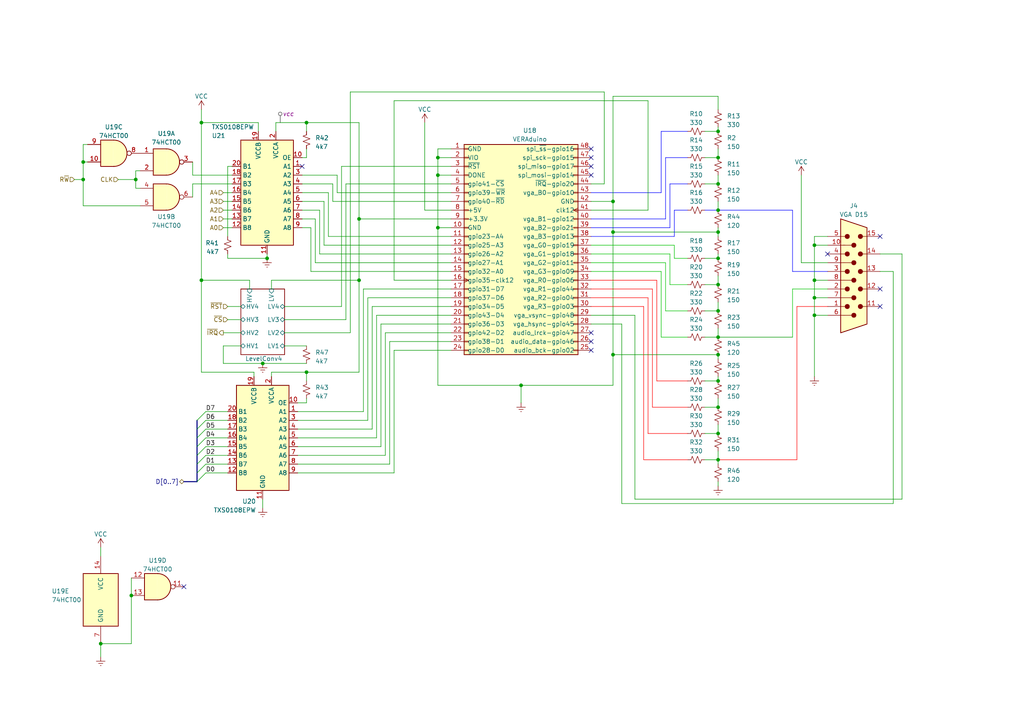
<source format=kicad_sch>
(kicad_sch (version 20230121) (generator eeschema)
  (paper "A4")
  (lib_symbols
    (symbol "74xx:74HCT00" (pin_names (offset 1.016))
      (property "Reference" "U" (at 0 1.27 0))
      (property "Value" "74HCT00" (at 0 -1.27 0))
      (symbol "74HCT00_1_1"
        (arc (start 0 -3.81) (mid 3.7934 0) (end 0 3.81) (stroke (width 0.254)) (fill (type background)))
        (polyline (pts (xy 0 3.81) (xy -3.81 3.81) (xy -3.81 -3.81) (xy 0 -3.81)) (stroke (width 0.254)) (fill (type background)))
        (pin input line (at -7.62 2.54 0) (length 3.81) (name "~") (number "1"))
        (pin input line (at -7.62 -2.54 0) (length 3.81) (name "~") (number "2"))
        (pin output inverted (at 7.62 0 180) (length 3.81) (name "~") (number "3"))
      )
      (symbol "74HCT00_1_2"
        (arc (start -3.81 -3.81) (mid -2.589 0) (end -3.81 3.81) (stroke (width 0.254)))
        (arc (start -0.6096 -3.81) (mid 2.1842 -2.5851) (end 3.81 0) (stroke (width 0.254)) (fill (type background)))
        (polyline (pts (xy -3.81 -3.81) (xy -0.635 -3.81)) (stroke (width 0.254)) (fill (type background)))
        (polyline (pts (xy -3.81 3.81) (xy -0.635 3.81)) (stroke (width 0.254)) (fill (type background)))
        (polyline (pts (xy -0.635 3.81) (xy -3.81 3.81) (xy -3.81 3.81) (xy -3.556 3.4036) (xy -3.0226 2.2606) (xy -2.6924 1.0414) (xy -2.6162 -0.254) (xy -2.7686 -1.4986) (xy -3.175 -2.7178) (xy -3.81 -3.81) (xy -3.81 -3.81) (xy -0.635 -3.81)) (stroke (width -25.4)) (fill (type background)))
        (arc (start 3.81 0) (mid 2.1915 2.5936) (end -0.6096 3.81) (stroke (width 0.254)) (fill (type background)))
        (pin input inverted (at -7.62 2.54 0) (length 4.318) (name "~") (number "1"))
        (pin input inverted (at -7.62 -2.54 0) (length 4.318) (name "~") (number "2"))
        (pin output line (at 7.62 0 180) (length 3.81) (name "~") (number "3"))
      )
      (symbol "74HCT00_2_1"
        (arc (start 0 -3.81) (mid 3.7934 0) (end 0 3.81) (stroke (width 0.254)) (fill (type background)))
        (polyline (pts (xy 0 3.81) (xy -3.81 3.81) (xy -3.81 -3.81) (xy 0 -3.81)) (stroke (width 0.254)) (fill (type background)))
        (pin input line (at -7.62 2.54 0) (length 3.81) (name "~") (number "4"))
        (pin input line (at -7.62 -2.54 0) (length 3.81) (name "~") (number "5"))
        (pin output inverted (at 7.62 0 180) (length 3.81) (name "~") (number "6"))
      )
      (symbol "74HCT00_2_2"
        (arc (start -3.81 -3.81) (mid -2.589 0) (end -3.81 3.81) (stroke (width 0.254)))
        (arc (start -0.6096 -3.81) (mid 2.1842 -2.5851) (end 3.81 0) (stroke (width 0.254)) (fill (type background)))
        (polyline (pts (xy -3.81 -3.81) (xy -0.635 -3.81)) (stroke (width 0.254)) (fill (type background)))
        (polyline (pts (xy -3.81 3.81) (xy -0.635 3.81)) (stroke (width 0.254)) (fill (type background)))
        (polyline (pts (xy -0.635 3.81) (xy -3.81 3.81) (xy -3.81 3.81) (xy -3.556 3.4036) (xy -3.0226 2.2606) (xy -2.6924 1.0414) (xy -2.6162 -0.254) (xy -2.7686 -1.4986) (xy -3.175 -2.7178) (xy -3.81 -3.81) (xy -3.81 -3.81) (xy -0.635 -3.81)) (stroke (width -25.4)) (fill (type background)))
        (arc (start 3.81 0) (mid 2.1915 2.5936) (end -0.6096 3.81) (stroke (width 0.254)) (fill (type background)))
        (pin input inverted (at -7.62 2.54 0) (length 4.318) (name "~") (number "4"))
        (pin input inverted (at -7.62 -2.54 0) (length 4.318) (name "~") (number "5"))
        (pin output line (at 7.62 0 180) (length 3.81) (name "~") (number "6"))
      )
      (symbol "74HCT00_3_1"
        (arc (start 0 -3.81) (mid 3.7934 0) (end 0 3.81) (stroke (width 0.254)) (fill (type background)))
        (polyline (pts (xy 0 3.81) (xy -3.81 3.81) (xy -3.81 -3.81) (xy 0 -3.81)) (stroke (width 0.254)) (fill (type background)))
        (pin input line (at -7.62 -2.54 0) (length 3.81) (name "~") (number "10"))
        (pin output inverted (at 7.62 0 180) (length 3.81) (name "~") (number "8"))
        (pin input line (at -7.62 2.54 0) (length 3.81) (name "~") (number "9"))
      )
      (symbol "74HCT00_3_2"
        (arc (start -3.81 -3.81) (mid -2.589 0) (end -3.81 3.81) (stroke (width 0.254)))
        (arc (start -0.6096 -3.81) (mid 2.1842 -2.5851) (end 3.81 0) (stroke (width 0.254)) (fill (type background)))
        (polyline (pts (xy -3.81 -3.81) (xy -0.635 -3.81)) (stroke (width 0.254)) (fill (type background)))
        (polyline (pts (xy -3.81 3.81) (xy -0.635 3.81)) (stroke (width 0.254)) (fill (type background)))
        (polyline (pts (xy -0.635 3.81) (xy -3.81 3.81) (xy -3.81 3.81) (xy -3.556 3.4036) (xy -3.0226 2.2606) (xy -2.6924 1.0414) (xy -2.6162 -0.254) (xy -2.7686 -1.4986) (xy -3.175 -2.7178) (xy -3.81 -3.81) (xy -3.81 -3.81) (xy -0.635 -3.81)) (stroke (width -25.4)) (fill (type background)))
        (arc (start 3.81 0) (mid 2.1915 2.5936) (end -0.6096 3.81) (stroke (width 0.254)) (fill (type background)))
        (pin input inverted (at -7.62 -2.54 0) (length 4.318) (name "~") (number "10"))
        (pin output line (at 7.62 0 180) (length 3.81) (name "~") (number "8"))
        (pin input inverted (at -7.62 2.54 0) (length 4.318) (name "~") (number "9"))
      )
      (symbol "74HCT00_4_1"
        (arc (start 0 -3.81) (mid 3.7934 0) (end 0 3.81) (stroke (width 0.254)) (fill (type background)))
        (polyline (pts (xy 0 3.81) (xy -3.81 3.81) (xy -3.81 -3.81) (xy 0 -3.81)) (stroke (width 0.254)) (fill (type background)))
        (pin output inverted (at 7.62 0 180) (length 3.81) (name "~") (number "11"))
        (pin input line (at -7.62 2.54 0) (length 3.81) (name "~") (number "12"))
        (pin input line (at -7.62 -2.54 0) (length 3.81) (name "~") (number "13"))
      )
      (symbol "74HCT00_4_2"
        (arc (start -3.81 -3.81) (mid -2.589 0) (end -3.81 3.81) (stroke (width 0.254)))
        (arc (start -0.6096 -3.81) (mid 2.1842 -2.5851) (end 3.81 0) (stroke (width 0.254)) (fill (type background)))
        (polyline (pts (xy -3.81 -3.81) (xy -0.635 -3.81)) (stroke (width 0.254)) (fill (type background)))
        (polyline (pts (xy -3.81 3.81) (xy -0.635 3.81)) (stroke (width 0.254)) (fill (type background)))
        (polyline (pts (xy -0.635 3.81) (xy -3.81 3.81) (xy -3.81 3.81) (xy -3.556 3.4036) (xy -3.0226 2.2606) (xy -2.6924 1.0414) (xy -2.6162 -0.254) (xy -2.7686 -1.4986) (xy -3.175 -2.7178) (xy -3.81 -3.81) (xy -3.81 -3.81) (xy -0.635 -3.81)) (stroke (width -25.4)) (fill (type background)))
        (arc (start 3.81 0) (mid 2.1915 2.5936) (end -0.6096 3.81) (stroke (width 0.254)) (fill (type background)))
        (pin output line (at 7.62 0 180) (length 3.81) (name "~") (number "11"))
        (pin input inverted (at -7.62 2.54 0) (length 4.318) (name "~") (number "12"))
        (pin input inverted (at -7.62 -2.54 0) (length 4.318) (name "~") (number "13"))
      )
      (symbol "74HCT00_5_0"
        (pin power_in line (at 0 12.7 270) (length 5.08) (name "VCC") (number "14"))
        (pin power_in line (at 0 -12.7 90) (length 5.08) (name "GND") (number "7"))
      )
      (symbol "74HCT00_5_1"
        (rectangle (start -5.08 7.62) (end 5.08 -7.62) (stroke (width 0.254)) (fill (type background)))
      )
    )
    (symbol "Connector:DE15_Plug_HighDensity" (pin_names (offset 1.016) hide)
      (property "Reference" "J" (at 0 21.59 0))
      (property "Value" "DE15_Plug_HighDensity" (at 0 19.05 0))
      (symbol "DE15_Plug_HighDensity_0_1"
        (circle (center -1.905 -7.62) (radius 0.635) (fill (type outline)))
        (circle (center -1.905 -2.54) (radius 0.635) (fill (type outline)))
        (circle (center -1.905 2.54) (radius 0.635) (fill (type outline)))
        (circle (center -1.905 7.62) (radius 0.635) (fill (type outline)))
        (circle (center -1.905 12.7) (radius 0.635) (fill (type outline)))
        (circle (center 0 -10.16) (radius 0.635) (fill (type outline)))
        (circle (center 0 -5.08) (radius 0.635) (fill (type outline)))
        (polyline (pts (xy -3.175 -5.08) (xy -0.635 -5.08)))
        (polyline (pts (xy -0.635 -10.16) (xy -3.175 -10.16)))
        (polyline (pts (xy -0.635 0) (xy -3.175 0)))
        (polyline (pts (xy -0.635 5.08) (xy -3.175 5.08)))
        (polyline (pts (xy -0.635 10.16) (xy -3.175 10.16)))
        (polyline (pts (xy -3.81 17.78) (xy -3.81 -15.24) (xy 3.81 -12.7) (xy 3.81 15.24) (xy -3.81 17.78)) (stroke (width 0.254)) (fill (type background)))
        (circle (center 0 0) (radius 0.635) (fill (type outline)))
        (circle (center 0 5.08) (radius 0.635) (fill (type outline)))
        (circle (center 0 10.16) (radius 0.635) (fill (type outline)))
        (circle (center 1.905 -7.62) (radius 0.635) (fill (type outline)))
        (circle (center 1.905 -2.54) (radius 0.635) (fill (type outline)))
        (circle (center 1.905 2.54) (radius 0.635) (fill (type outline)))
        (circle (center 1.905 7.62) (radius 0.635) (fill (type outline)))
        (circle (center 1.905 12.7) (radius 0.635) (fill (type outline)))
      )
      (symbol "DE15_Plug_HighDensity_1_1"
        (pin passive line (at -7.62 -7.62 0) (length 5.08) (name "~") (number "1"))
        (pin passive line (at -7.62 10.16 0) (length 5.08) (name "~") (number "10"))
        (pin passive line (at 7.62 -7.62 180) (length 5.08) (name "~") (number "11"))
        (pin passive line (at 7.62 -2.54 180) (length 5.08) (name "~") (number "12"))
        (pin passive line (at 7.62 2.54 180) (length 5.08) (name "~") (number "13"))
        (pin passive line (at 7.62 7.62 180) (length 5.08) (name "~") (number "14"))
        (pin passive line (at 7.62 12.7 180) (length 5.08) (name "~") (number "15"))
        (pin passive line (at -7.62 -2.54 0) (length 5.08) (name "~") (number "2"))
        (pin passive line (at -7.62 2.54 0) (length 5.08) (name "~") (number "3"))
        (pin passive line (at -7.62 7.62 0) (length 5.08) (name "~") (number "4"))
        (pin passive line (at -7.62 12.7 0) (length 5.08) (name "~") (number "5"))
        (pin passive line (at -7.62 -10.16 0) (length 5.08) (name "~") (number "6"))
        (pin passive line (at -7.62 -5.08 0) (length 5.08) (name "~") (number "7"))
        (pin passive line (at -7.62 0 0) (length 5.08) (name "~") (number "8"))
        (pin passive line (at -7.62 5.08 0) (length 5.08) (name "~") (number "9"))
      )
    )
    (symbol "Device:R_Small_US" (pin_numbers hide) (pin_names (offset 0.254) hide)
      (property "Reference" "R" (at 0.762 0.508 0))
      (property "Value" "R_Small_US" (at 0.762 -1.016 0))
      (symbol "R_Small_US_1_1"
        (polyline (pts (xy 0 0) (xy 1.016 -0.381) (xy 0 -0.762) (xy -1.016 -1.143) (xy 0 -1.524)))
        (polyline (pts (xy 0 1.524) (xy 1.016 1.143) (xy 0 0.762) (xy -1.016 0.381) (xy 0 0)))
        (pin passive line (at 0 2.54 270) (length 1.016) (name "~") (number "1"))
        (pin passive line (at 0 -2.54 90) (length 1.016) (name "~") (number "2"))
      )
    )
    (symbol "Logic_LevelTranslator:TXS0108EPW"
      (property "Reference" "U" (at -6.35 16.51 0))
      (property "Value" "TXS0108EPW" (at 3.81 16.51 0))
      (symbol "TXS0108EPW_0_1"
        (rectangle (start -7.62 15.24) (end 7.62 -15.24) (stroke (width 0.254)) (fill (type background)))
      )
      (symbol "TXS0108EPW_1_1"
        (pin bidirectional line (at -10.16 7.62 0) (length 2.54) (name "A1") (number "1"))
        (pin input line (at -10.16 10.16 0) (length 2.54) (name "OE") (number "10"))
        (pin power_in line (at 0 -17.78 90) (length 2.54) (name "GND") (number "11"))
        (pin bidirectional line (at 10.16 -10.16 180) (length 2.54) (name "B8") (number "12"))
        (pin bidirectional line (at 10.16 -7.62 180) (length 2.54) (name "B7") (number "13"))
        (pin bidirectional line (at 10.16 -5.08 180) (length 2.54) (name "B6") (number "14"))
        (pin bidirectional line (at 10.16 -2.54 180) (length 2.54) (name "B5") (number "15"))
        (pin bidirectional line (at 10.16 0 180) (length 2.54) (name "B4") (number "16"))
        (pin bidirectional line (at 10.16 2.54 180) (length 2.54) (name "B3") (number "17"))
        (pin bidirectional line (at 10.16 5.08 180) (length 2.54) (name "B2") (number "18"))
        (pin power_in line (at 2.54 17.78 270) (length 2.54) (name "VCCB") (number "19"))
        (pin power_in line (at -2.54 17.78 270) (length 2.54) (name "VCCA") (number "2"))
        (pin bidirectional line (at 10.16 7.62 180) (length 2.54) (name "B1") (number "20"))
        (pin bidirectional line (at -10.16 5.08 0) (length 2.54) (name "A2") (number "3"))
        (pin bidirectional line (at -10.16 2.54 0) (length 2.54) (name "A3") (number "4"))
        (pin bidirectional line (at -10.16 0 0) (length 2.54) (name "A4") (number "5"))
        (pin bidirectional line (at -10.16 -2.54 0) (length 2.54) (name "A5") (number "6"))
        (pin bidirectional line (at -10.16 -5.08 0) (length 2.54) (name "A6") (number "7"))
        (pin bidirectional line (at -10.16 -7.62 0) (length 2.54) (name "A7") (number "8"))
        (pin bidirectional line (at -10.16 -10.16 0) (length 2.54) (name "A8") (number "9"))
      )
    )
    (symbol "power:Earth" (power) (pin_names (offset 0))
      (symbol "Earth_0_1"
        (polyline (pts (xy -0.635 -1.905) (xy 0.635 -1.905)))
        (polyline (pts (xy -0.127 -2.54) (xy 0.127 -2.54)))
        (polyline (pts (xy 0 -1.27) (xy 0 0)))
        (polyline (pts (xy 1.27 -1.27) (xy -1.27 -1.27)))
      )
      (symbol "Earth_1_1"
        (pin power_in line (at 0 0 270) (length 0) hide (name "Earth") (number "1"))
      )
    )
    (symbol "power:VCC" (power) (pin_names (offset 0))
      (property "Value" "VCC" (at 0 3.81 0))
      (symbol "VCC_0_1"
        (polyline (pts (xy -0.762 1.27) (xy 0 2.54)))
        (polyline (pts (xy 0 0) (xy 0 2.54)))
        (polyline (pts (xy 0 2.54) (xy 0.762 1.27)))
      )
      (symbol "VCC_1_1"
        (pin power_in line (at 0 0 90) (length 0) hide (name "VCC") (number "1"))
      )
    )
    (symbol "upduino:VERA" (pin_names (offset 1.016))
      (property "Reference" "U18" (at 0 32.004 0))
      (property "Value" "VERAduino" (at 0 29.464 0))
      (symbol "VERA_1_1"
        (rectangle (start -19.05 -31.623) (end -17.78 -31.877) (stroke (width 0.1524)))
        (rectangle (start -19.05 -29.083) (end -17.78 -29.337) (stroke (width 0.1524)))
        (rectangle (start -19.05 -26.543) (end -17.78 -26.797) (stroke (width 0.1524)))
        (rectangle (start -19.05 -24.003) (end -17.78 -24.257) (stroke (width 0.1524)))
        (rectangle (start -19.05 -21.463) (end -17.78 -21.717) (stroke (width 0.1524)))
        (rectangle (start -19.05 -18.923) (end -17.78 -19.177) (stroke (width 0.1524)))
        (rectangle (start -19.05 -16.383) (end -17.78 -16.637) (stroke (width 0.1524)))
        (rectangle (start -19.05 -13.843) (end -17.78 -14.097) (stroke (width 0.1524)))
        (rectangle (start -19.05 -11.303) (end -17.78 -11.557) (stroke (width 0.1524)))
        (rectangle (start -19.05 -8.763) (end -17.78 -9.017) (stroke (width 0.1524)))
        (rectangle (start -19.05 -6.223) (end -17.78 -6.477) (stroke (width 0.1524)))
        (rectangle (start -19.05 -3.683) (end -17.78 -3.937) (stroke (width 0.1524)))
        (rectangle (start -19.05 -1.143) (end -17.78 -1.397) (stroke (width 0.1524)))
        (rectangle (start -19.05 1.397) (end -17.78 1.143) (stroke (width 0.1524)))
        (rectangle (start -19.05 3.937) (end -17.78 3.683) (stroke (width 0.1524)))
        (rectangle (start -19.05 6.477) (end -17.78 6.223) (stroke (width 0.1524)))
        (rectangle (start -19.05 9.017) (end -17.78 8.763) (stroke (width 0.1524)))
        (rectangle (start -19.05 11.557) (end -17.78 11.303) (stroke (width 0.1524)))
        (rectangle (start -19.05 14.097) (end -17.78 13.843) (stroke (width 0.1524)))
        (rectangle (start -19.05 16.637) (end -17.78 16.383) (stroke (width 0.1524)))
        (rectangle (start -19.05 19.177) (end -17.78 18.923) (stroke (width 0.1524)))
        (rectangle (start -19.05 21.717) (end -17.78 21.463) (stroke (width 0.1524)))
        (rectangle (start -19.05 24.257) (end -17.78 24.003) (stroke (width 0.1524)))
        (rectangle (start -19.05 26.797) (end -17.78 26.543) (stroke (width 0.1524)))
        (rectangle (start -19.05 27.94) (end 13.97 -33.02) (stroke (width 0.254)) (fill (type background)))
        (rectangle (start 13.97 -31.623) (end 12.7 -31.877) (stroke (width 0.1524)))
        (rectangle (start 13.97 -29.083) (end 12.7 -29.337) (stroke (width 0.1524)))
        (rectangle (start 13.97 -26.543) (end 12.7 -26.797) (stroke (width 0.1524)))
        (rectangle (start 13.97 -24.003) (end 12.7 -24.257) (stroke (width 0.1524)))
        (rectangle (start 13.97 -21.463) (end 12.7 -21.717) (stroke (width 0.1524)))
        (rectangle (start 13.97 -18.923) (end 12.7 -19.177) (stroke (width 0.1524)))
        (rectangle (start 13.97 -16.383) (end 12.7 -16.637) (stroke (width 0.1524)))
        (rectangle (start 13.97 -13.843) (end 12.7 -14.097) (stroke (width 0.1524)))
        (rectangle (start 13.97 -11.303) (end 12.7 -11.557) (stroke (width 0.1524)))
        (rectangle (start 13.97 -8.763) (end 12.7 -9.017) (stroke (width 0.1524)))
        (rectangle (start 13.97 -6.223) (end 12.7 -6.477) (stroke (width 0.1524)))
        (rectangle (start 13.97 -3.683) (end 12.7 -3.937) (stroke (width 0.1524)))
        (rectangle (start 13.97 -1.143) (end 12.7 -1.397) (stroke (width 0.1524)))
        (rectangle (start 13.97 1.397) (end 12.7 1.143) (stroke (width 0.1524)))
        (rectangle (start 13.97 3.937) (end 12.7 3.683) (stroke (width 0.1524)))
        (rectangle (start 13.97 6.477) (end 12.7 6.223) (stroke (width 0.1524)))
        (rectangle (start 13.97 9.017) (end 12.7 8.763) (stroke (width 0.1524)))
        (rectangle (start 13.97 11.557) (end 12.7 11.303) (stroke (width 0.1524)))
        (rectangle (start 13.97 14.097) (end 12.7 13.843) (stroke (width 0.1524)))
        (rectangle (start 13.97 16.637) (end 12.7 16.383) (stroke (width 0.1524)))
        (rectangle (start 13.97 19.177) (end 12.7 18.923) (stroke (width 0.1524)))
        (rectangle (start 13.97 21.717) (end 12.7 21.463) (stroke (width 0.1524)))
        (rectangle (start 13.97 24.257) (end 12.7 24.003) (stroke (width 0.1524)))
        (rectangle (start 13.97 26.797) (end 12.7 26.543) (stroke (width 0.1524)))
        (pin power_in line (at -22.86 26.67 0) (length 3.81) (name "GND") (number "1"))
        (pin power_in line (at -22.86 3.81 0) (length 3.81) (name "GND") (number "10"))
        (pin tri_state line (at -22.86 1.27 0) (length 3.81) (name "gpio23-A4") (number "11"))
        (pin tri_state line (at -22.86 -1.27 0) (length 3.81) (name "gpio25-A3") (number "12"))
        (pin tri_state line (at -22.86 -3.81 0) (length 3.81) (name "gpio26-A2") (number "13"))
        (pin tri_state line (at -22.86 -6.35 0) (length 3.81) (name "gpio27-A1") (number "14"))
        (pin tri_state line (at -22.86 -8.89 0) (length 3.81) (name "gpio32-A0") (number "15"))
        (pin input clock (at -22.86 -11.43 0) (length 3.81) (name "gpio35-clk12") (number "16"))
        (pin bidirectional line (at -22.86 -13.97 0) (length 3.81) (name "gpio31-D7") (number "17"))
        (pin bidirectional line (at -22.86 -16.51 0) (length 3.81) (name "gpio37-D6") (number "18"))
        (pin bidirectional line (at -22.86 -19.05 0) (length 3.81) (name "gpio34-D5") (number "19"))
        (pin input line (at -22.86 24.13 0) (length 3.81) (name "VIO") (number "2"))
        (pin bidirectional line (at -22.86 -21.59 0) (length 3.81) (name "gpio43-D4") (number "20"))
        (pin bidirectional line (at -22.86 -24.13 0) (length 3.81) (name "gpio36-D3") (number "21"))
        (pin bidirectional line (at -22.86 -26.67 0) (length 3.81) (name "gpio42-D2") (number "22"))
        (pin bidirectional line (at -22.86 -29.21 0) (length 3.81) (name "gpio38-D1") (number "23"))
        (pin bidirectional line (at -22.86 -31.75 0) (length 3.81) (name "gpio28-D0") (number "24"))
        (pin output line (at 17.78 -31.75 180) (length 3.81) (name "audio_bck-gpio02") (number "25"))
        (pin output line (at 17.78 -29.21 180) (length 3.81) (name "audio_data-gpio46") (number "26"))
        (pin output line (at 17.78 -26.67 180) (length 3.81) (name "audio_lrck-gpio47") (number "27"))
        (pin output line (at 17.78 -24.13 180) (length 3.81) (name "vga_hsync-gpio45") (number "28"))
        (pin output line (at 17.78 -21.59 180) (length 3.81) (name "vga_vsync-gpio48") (number "29"))
        (pin input line (at -22.86 21.59 0) (length 3.81) (name "~{RST}") (number "3"))
        (pin output line (at 17.78 -19.05 180) (length 3.81) (name "vga_R3-gpio03") (number "30"))
        (pin output line (at 17.78 -16.51 180) (length 3.81) (name "vga_R2-gpio04") (number "31"))
        (pin output line (at 17.78 -13.97 180) (length 3.81) (name "vga_R1-gpio44") (number "32"))
        (pin output line (at 17.78 -11.43 180) (length 3.81) (name "vga_R0-gpio06") (number "33"))
        (pin output line (at 17.78 -8.89 180) (length 3.81) (name "vga_G3-gpio09") (number "34"))
        (pin output line (at 17.78 -6.35 180) (length 3.81) (name "vga_G2-gpio11") (number "35"))
        (pin output line (at 17.78 -3.81 180) (length 3.81) (name "vga_G1-gpio18") (number "36"))
        (pin output line (at 17.78 -1.27 180) (length 3.81) (name "vga_G0-gpio19") (number "37"))
        (pin output line (at 17.78 1.27 180) (length 3.81) (name "vga_B3-gpio13") (number "38"))
        (pin output line (at 17.78 3.81 180) (length 3.81) (name "vga_B2-gpio21") (number "39"))
        (pin input line (at -22.86 19.05 0) (length 3.81) (name "DONE") (number "4"))
        (pin output line (at 17.78 6.35 180) (length 3.81) (name "vga_B1-gpio12") (number "40"))
        (pin output clock (at 17.78 8.89 180) (length 3.81) (name "clk12") (number "41"))
        (pin power_in line (at 17.78 11.43 180) (length 3.81) (name "GND") (number "42"))
        (pin output line (at 17.78 13.97 180) (length 3.81) (name "vga_B0-gpio10") (number "43"))
        (pin output line (at 17.78 16.51 180) (length 3.81) (name "~{IRQ}-gpio20") (number "44"))
        (pin output line (at 17.78 19.05 180) (length 3.81) (name "spi_mosi-gpio14") (number "45"))
        (pin input line (at 17.78 21.59 180) (length 3.81) (name "spi_miso-gpio17") (number "46"))
        (pin output line (at 17.78 24.13 180) (length 3.81) (name "spi_sck-gpio15") (number "47"))
        (pin output line (at 17.78 26.67 180) (length 3.81) (name "spi_~{ss}-gpio16") (number "48"))
        (pin input line (at -22.86 16.51 0) (length 3.81) (name "gpio41-~{CS}") (number "5"))
        (pin input line (at -22.86 13.97 0) (length 3.81) (name "gpio39-~{WR}") (number "6"))
        (pin output line (at -22.86 11.43 0) (length 3.81) (name "gpio40-~{RD}") (number "7"))
        (pin power_in line (at -22.86 8.89 0) (length 3.81) (name "+5V") (number "8"))
        (pin power_out line (at -22.86 6.35 0) (length 3.81) (name "+3.3V") (number "9"))
      )
    )
  )
  (junction (at 208.28 60.96))
  (junction (at 177.8 102.87))
  (junction (at 177.8 58.42))
  (junction (at 127 45.72))
  (junction (at 236.22 91.44))
  (junction (at 208.28 45.72))
  (junction (at 104.14 81.28))
  (junction (at 208.28 82.55))
  (junction (at 127 66.04))
  (junction (at 24.13 46.99))
  (junction (at 39.37 52.07))
  (junction (at 88.9 107.95))
  (junction (at 208.28 38.1))
  (junction (at 208.28 133.35))
  (junction (at 177.8 67.31))
  (junction (at 236.22 71.12))
  (junction (at 151.13 111.76))
  (junction (at 208.28 97.79))
  (junction (at 58.42 81.28))
  (junction (at 104.14 63.5))
  (junction (at 208.28 110.49))
  (junction (at 77.47 74.93))
  (junction (at 208.28 53.34))
  (junction (at 236.22 81.28))
  (junction (at 208.28 74.93))
  (junction (at 208.28 102.87))
  (junction (at 208.28 125.73))
  (junction (at 88.9 35.56))
  (junction (at 236.22 86.36))
  (junction (at 208.28 67.31))
  (junction (at 58.42 35.56))
  (junction (at 24.13 52.07))
  (junction (at 76.2 105.41))
  (junction (at 127 50.8))
  (junction (at 38.1 172.72))
  (junction (at 208.28 118.11))
  (junction (at 208.28 90.17))
  (junction (at 29.21 186.69))
  (no_connect (at 87.63 48.26))
  (no_connect (at 171.45 43.18))
  (no_connect (at 255.27 83.82))
  (no_connect (at 255.27 68.58))
  (no_connect (at 171.45 101.6))
  (no_connect (at 171.45 50.8))
  (no_connect (at 171.45 99.06))
  (no_connect (at 171.45 48.26))
  (no_connect (at 171.45 45.72))
  (no_connect (at 240.03 73.66))
  (no_connect (at 255.27 88.9))
  (no_connect (at 53.34 170.18))
  (no_connect (at 171.45 96.52))
  (bus_entry (at 59.69 121.92) (size -2.54 2.54))
  (bus_entry (at 59.69 124.46) (size -2.54 2.54))
  (bus_entry (at 59.69 137.16) (size -2.54 2.54))
  (bus_entry (at 59.69 132.08) (size -2.54 2.54))
  (bus_entry (at 59.69 129.54) (size -2.54 2.54))
  (bus_entry (at 59.69 134.62) (size -2.54 2.54))
  (bus_entry (at 59.69 127) (size -2.54 2.54))
  (bus_entry (at 59.69 119.38) (size -2.54 2.54))
  (wire (pts (xy 208.28 50.8) (xy 208.28 53.34)))
  (wire (pts (xy 91.44 76.2) (xy 130.81 76.2)))
  (wire (pts (xy 195.58 68.58) (xy 195.58 60.96)) (stroke (width 0) (color 0 0 255 1)))
  (wire (pts (xy 236.22 81.28) (xy 236.22 86.36)))
  (wire (pts (xy 82.55 100.33) (xy 88.9 100.33)))
  (wire (pts (xy 74.93 38.1) (xy 74.93 35.56)))
  (wire (pts (xy 101.6 26.67) (xy 175.26 26.67)))
  (wire (pts (xy 109.22 91.44) (xy 130.81 91.44)))
  (wire (pts (xy 95.25 68.58) (xy 130.81 68.58)))
  (wire (pts (xy 29.21 186.69) (xy 38.1 186.69)))
  (wire (pts (xy 106.68 86.36) (xy 130.81 86.36)))
  (wire (pts (xy 107.95 124.46) (xy 107.95 88.9)))
  (wire (pts (xy 208.28 97.79) (xy 229.87 97.79)))
  (wire (pts (xy 55.88 50.8) (xy 67.31 50.8)))
  (wire (pts (xy 187.96 125.73) (xy 199.39 125.73)) (stroke (width 0) (color 255 0 0 1)))
  (wire (pts (xy 236.22 91.44) (xy 236.22 109.22)))
  (wire (pts (xy 66.04 92.71) (xy 69.85 92.71)))
  (wire (pts (xy 191.77 55.88) (xy 191.77 38.1)) (stroke (width 0) (color 0 0 255 1)))
  (wire (pts (xy 66.04 48.26) (xy 67.31 48.26)))
  (wire (pts (xy 191.77 78.74) (xy 191.77 97.79)) (stroke (width 0) (color 0 194 0 1)))
  (wire (pts (xy 236.22 71.12) (xy 236.22 81.28)))
  (wire (pts (xy 104.14 63.5) (xy 130.81 63.5)))
  (wire (pts (xy 59.69 132.08) (xy 66.04 132.08)))
  (wire (pts (xy 114.3 101.6) (xy 130.81 101.6)))
  (wire (pts (xy 127 50.8) (xy 127 66.04)))
  (wire (pts (xy 86.36 132.08) (xy 111.76 132.08)))
  (wire (pts (xy 171.45 93.98) (xy 180.34 93.98)))
  (wire (pts (xy 64.77 96.52) (xy 69.85 96.52)))
  (wire (pts (xy 180.34 146.05) (xy 259.08 146.05)))
  (wire (pts (xy 59.69 127) (xy 66.04 127)))
  (wire (pts (xy 110.49 129.54) (xy 110.49 93.98)))
  (wire (pts (xy 105.41 119.38) (xy 105.41 83.82)))
  (bus (pts (xy 57.15 134.62) (xy 57.15 137.16)))
  (wire (pts (xy 64.77 100.33) (xy 64.77 105.41)))
  (wire (pts (xy 171.45 73.66) (xy 194.31 73.66)) (stroke (width 0) (color 0 194 0 1)))
  (wire (pts (xy 87.63 58.42) (xy 93.98 58.42)))
  (wire (pts (xy 86.36 124.46) (xy 107.95 124.46)))
  (wire (pts (xy 55.88 53.34) (xy 67.31 53.34)))
  (wire (pts (xy 88.9 107.95) (xy 88.9 110.49)))
  (wire (pts (xy 204.47 53.34) (xy 208.28 53.34)))
  (wire (pts (xy 127 66.04) (xy 127 111.76)))
  (wire (pts (xy 208.28 73.66) (xy 208.28 74.93)))
  (wire (pts (xy 259.08 78.74) (xy 255.27 78.74)))
  (wire (pts (xy 86.36 129.54) (xy 110.49 129.54)))
  (wire (pts (xy 193.04 45.72) (xy 199.39 45.72)) (stroke (width 0) (color 0 0 255 1)))
  (wire (pts (xy 208.28 133.35) (xy 208.28 134.62)))
  (wire (pts (xy 99.06 48.26) (xy 130.81 48.26)))
  (wire (pts (xy 171.45 53.34) (xy 175.26 53.34)))
  (wire (pts (xy 194.31 82.55) (xy 199.39 82.55)) (stroke (width 0) (color 0 194 0 1)))
  (wire (pts (xy 171.45 68.58) (xy 195.58 68.58)) (stroke (width 0) (color 0 0 255 1)))
  (wire (pts (xy 88.9 43.18) (xy 88.9 45.72)))
  (wire (pts (xy 186.69 133.35) (xy 199.39 133.35)) (stroke (width 0) (color 255 0 0 1)))
  (wire (pts (xy 66.04 73.66) (xy 66.04 74.93)))
  (wire (pts (xy 92.71 60.96) (xy 92.71 73.66)))
  (wire (pts (xy 86.36 116.84) (xy 88.9 116.84)))
  (bus (pts (xy 57.15 121.92) (xy 57.15 124.46)))
  (wire (pts (xy 204.47 133.35) (xy 208.28 133.35)))
  (wire (pts (xy 204.47 90.17) (xy 208.28 90.17)))
  (wire (pts (xy 184.15 91.44) (xy 184.15 144.78)))
  (wire (pts (xy 96.52 53.34) (xy 87.63 53.34)))
  (wire (pts (xy 204.47 74.93) (xy 208.28 74.93)))
  (wire (pts (xy 127 50.8) (xy 130.81 50.8)))
  (wire (pts (xy 187.96 29.21) (xy 187.96 60.96)))
  (wire (pts (xy 204.47 82.55) (xy 208.28 82.55)))
  (bus (pts (xy 57.15 129.54) (xy 57.15 132.08)))
  (wire (pts (xy 193.04 63.5) (xy 193.04 45.72)) (stroke (width 0) (color 0 0 255 1)))
  (wire (pts (xy 261.62 73.66) (xy 255.27 73.66)))
  (bus (pts (xy 53.34 139.7) (xy 57.15 139.7)))
  (wire (pts (xy 86.36 121.92) (xy 106.68 121.92)))
  (wire (pts (xy 95.25 55.88) (xy 95.25 68.58)))
  (wire (pts (xy 123.19 60.96) (xy 123.19 35.56)))
  (wire (pts (xy 29.21 186.69) (xy 29.21 190.5)))
  (wire (pts (xy 64.77 60.96) (xy 67.31 60.96)))
  (wire (pts (xy 97.79 50.8) (xy 97.79 55.88)))
  (wire (pts (xy 72.39 81.28) (xy 58.42 81.28)))
  (wire (pts (xy 208.28 102.87) (xy 208.28 104.14)))
  (wire (pts (xy 193.04 90.17) (xy 199.39 90.17)) (stroke (width 0) (color 0 194 0 1)))
  (wire (pts (xy 86.36 137.16) (xy 114.3 137.16)))
  (wire (pts (xy 66.04 68.58) (xy 66.04 48.26)))
  (wire (pts (xy 240.03 71.12) (xy 236.22 71.12)))
  (wire (pts (xy 127 111.76) (xy 151.13 111.76)))
  (wire (pts (xy 88.9 35.56) (xy 104.14 35.56)))
  (wire (pts (xy 82.55 92.71) (xy 100.33 92.71)))
  (bus (pts (xy 57.15 124.46) (xy 57.15 127)))
  (wire (pts (xy 171.45 58.42) (xy 177.8 58.42)))
  (wire (pts (xy 55.88 57.15) (xy 55.88 53.34)))
  (wire (pts (xy 114.3 29.21) (xy 187.96 29.21)))
  (wire (pts (xy 204.47 118.11) (xy 208.28 118.11)))
  (wire (pts (xy 24.13 59.69) (xy 24.13 52.07)))
  (wire (pts (xy 66.04 88.9) (xy 69.85 88.9)))
  (wire (pts (xy 208.28 80.01) (xy 208.28 82.55)))
  (wire (pts (xy 59.69 124.46) (xy 66.04 124.46)))
  (wire (pts (xy 240.03 83.82) (xy 229.87 83.82)) (stroke (width 0) (color 0 194 0 1)))
  (wire (pts (xy 171.45 76.2) (xy 193.04 76.2)) (stroke (width 0) (color 0 194 0 1)))
  (wire (pts (xy 177.8 111.76) (xy 151.13 111.76)))
  (wire (pts (xy 87.63 45.72) (xy 88.9 45.72)))
  (wire (pts (xy 191.77 97.79) (xy 199.39 97.79)) (stroke (width 0) (color 0 194 0 1)))
  (wire (pts (xy 204.47 125.73) (xy 208.28 125.73)))
  (wire (pts (xy 92.71 73.66) (xy 130.81 73.66)))
  (wire (pts (xy 97.79 50.8) (xy 87.63 50.8)))
  (wire (pts (xy 25.4 41.91) (xy 24.13 41.91)))
  (wire (pts (xy 82.55 96.52) (xy 101.6 96.52)))
  (wire (pts (xy 58.42 35.56) (xy 58.42 81.28)))
  (wire (pts (xy 208.28 87.63) (xy 208.28 90.17)))
  (wire (pts (xy 29.21 158.75) (xy 29.21 161.29)))
  (wire (pts (xy 66.04 74.93) (xy 77.47 74.93)))
  (wire (pts (xy 130.81 81.28) (xy 114.3 81.28)))
  (wire (pts (xy 204.47 38.1) (xy 208.28 38.1)))
  (wire (pts (xy 86.36 119.38) (xy 105.41 119.38)))
  (wire (pts (xy 236.22 91.44) (xy 240.03 91.44)))
  (wire (pts (xy 127 45.72) (xy 127 50.8)))
  (wire (pts (xy 175.26 26.67) (xy 175.26 53.34)))
  (wire (pts (xy 229.87 83.82) (xy 229.87 97.79)) (stroke (width 0) (color 0 194 0 1)))
  (wire (pts (xy 195.58 71.12) (xy 195.58 74.93)) (stroke (width 0) (color 0 194 0 1)))
  (wire (pts (xy 208.28 109.22) (xy 208.28 110.49)))
  (wire (pts (xy 58.42 31.75) (xy 58.42 35.56)))
  (wire (pts (xy 177.8 67.31) (xy 208.28 67.31)))
  (wire (pts (xy 171.45 63.5) (xy 193.04 63.5)) (stroke (width 0) (color 0 0 255 1)))
  (wire (pts (xy 229.87 78.74) (xy 229.87 60.96)) (stroke (width 0) (color 0 0 255 1)))
  (wire (pts (xy 127 43.18) (xy 127 45.72)))
  (wire (pts (xy 130.81 66.04) (xy 127 66.04)))
  (wire (pts (xy 40.64 59.69) (xy 24.13 59.69)))
  (wire (pts (xy 24.13 46.99) (xy 25.4 46.99)))
  (wire (pts (xy 111.76 132.08) (xy 111.76 96.52)))
  (wire (pts (xy 191.77 38.1) (xy 199.39 38.1)) (stroke (width 0) (color 0 0 255 1)))
  (wire (pts (xy 87.63 63.5) (xy 91.44 63.5)))
  (wire (pts (xy 88.9 35.56) (xy 88.9 38.1)))
  (wire (pts (xy 208.28 60.96) (xy 229.87 60.96)) (stroke (width 0) (color 0 0 255 1)))
  (wire (pts (xy 231.14 88.9) (xy 231.14 133.35)) (stroke (width 0) (color 255 0 0 1)))
  (wire (pts (xy 39.37 49.53) (xy 39.37 52.07)))
  (wire (pts (xy 171.45 91.44) (xy 184.15 91.44)))
  (wire (pts (xy 78.74 81.28) (xy 104.14 81.28)))
  (wire (pts (xy 64.77 66.04) (xy 67.31 66.04)))
  (wire (pts (xy 171.45 66.04) (xy 194.31 66.04)) (stroke (width 0) (color 0 0 255 1)))
  (wire (pts (xy 64.77 105.41) (xy 76.2 105.41)))
  (wire (pts (xy 59.69 119.38) (xy 66.04 119.38)))
  (wire (pts (xy 64.77 58.42) (xy 67.31 58.42)))
  (wire (pts (xy 232.41 76.2) (xy 240.03 76.2)))
  (wire (pts (xy 177.8 58.42) (xy 177.8 67.31)))
  (wire (pts (xy 99.06 48.26) (xy 99.06 88.9)))
  (bus (pts (xy 57.15 132.08) (xy 57.15 134.62)))
  (wire (pts (xy 104.14 81.28) (xy 104.14 107.95)))
  (wire (pts (xy 232.41 50.8) (xy 232.41 76.2)))
  (wire (pts (xy 111.76 96.52) (xy 130.81 96.52)))
  (wire (pts (xy 39.37 52.07) (xy 34.29 52.07)))
  (wire (pts (xy 208.28 43.18) (xy 208.28 45.72)))
  (wire (pts (xy 114.3 81.28) (xy 114.3 29.21)))
  (wire (pts (xy 190.5 81.28) (xy 190.5 110.49)) (stroke (width 0) (color 255 0 0 1)))
  (wire (pts (xy 171.45 71.12) (xy 195.58 71.12)) (stroke (width 0) (color 0 194 0 1)))
  (bus (pts (xy 57.15 137.16) (xy 57.15 139.7)))
  (wire (pts (xy 208.28 115.57) (xy 208.28 118.11)))
  (wire (pts (xy 58.42 107.95) (xy 58.42 81.28)))
  (wire (pts (xy 107.95 88.9) (xy 130.81 88.9)))
  (wire (pts (xy 171.45 81.28) (xy 190.5 81.28)) (stroke (width 0) (color 255 0 0 1)))
  (wire (pts (xy 105.41 83.82) (xy 130.81 83.82)))
  (wire (pts (xy 208.28 58.42) (xy 208.28 60.96)))
  (wire (pts (xy 87.63 66.04) (xy 90.17 66.04)))
  (wire (pts (xy 55.88 46.99) (xy 55.88 50.8)))
  (wire (pts (xy 109.22 127) (xy 109.22 91.44)))
  (wire (pts (xy 177.8 27.94) (xy 177.8 58.42)))
  (wire (pts (xy 208.28 123.19) (xy 208.28 125.73)))
  (wire (pts (xy 93.98 71.12) (xy 130.81 71.12)))
  (wire (pts (xy 86.36 127) (xy 109.22 127)))
  (wire (pts (xy 87.63 55.88) (xy 95.25 55.88)))
  (wire (pts (xy 190.5 110.49) (xy 199.39 110.49)) (stroke (width 0) (color 255 0 0 1)))
  (wire (pts (xy 78.74 81.28) (xy 78.74 83.82)))
  (wire (pts (xy 76.2 105.41) (xy 88.9 105.41)))
  (wire (pts (xy 80.01 35.56) (xy 80.01 38.1)))
  (wire (pts (xy 38.1 167.64) (xy 38.1 172.72)))
  (wire (pts (xy 97.79 55.88) (xy 130.81 55.88)))
  (wire (pts (xy 194.31 53.34) (xy 199.39 53.34)) (stroke (width 0) (color 0 0 255 1)))
  (wire (pts (xy 77.47 74.93) (xy 77.47 73.66)))
  (wire (pts (xy 113.03 99.06) (xy 130.81 99.06)))
  (wire (pts (xy 39.37 52.07) (xy 39.37 54.61)))
  (wire (pts (xy 180.34 93.98) (xy 180.34 146.05)))
  (wire (pts (xy 208.28 36.83) (xy 208.28 38.1)))
  (wire (pts (xy 194.31 73.66) (xy 194.31 82.55)) (stroke (width 0) (color 0 194 0 1)))
  (wire (pts (xy 114.3 137.16) (xy 114.3 101.6)))
  (wire (pts (xy 73.66 107.95) (xy 73.66 109.22)))
  (wire (pts (xy 59.69 137.16) (xy 66.04 137.16)))
  (wire (pts (xy 208.28 27.94) (xy 177.8 27.94)))
  (wire (pts (xy 236.22 86.36) (xy 236.22 91.44)))
  (wire (pts (xy 106.68 121.92) (xy 106.68 86.36)))
  (wire (pts (xy 39.37 54.61) (xy 40.64 54.61)))
  (wire (pts (xy 104.14 35.56) (xy 104.14 63.5)))
  (wire (pts (xy 24.13 41.91) (xy 24.13 46.99)))
  (wire (pts (xy 73.66 107.95) (xy 58.42 107.95)))
  (wire (pts (xy 87.63 60.96) (xy 92.71 60.96)))
  (wire (pts (xy 208.28 130.81) (xy 208.28 133.35)))
  (wire (pts (xy 171.45 83.82) (xy 189.23 83.82)) (stroke (width 0) (color 255 0 0 1)))
  (wire (pts (xy 204.47 60.96) (xy 208.28 60.96)) (stroke (width 0) (color 0 0 255 1)))
  (wire (pts (xy 208.28 67.31) (xy 208.28 68.58)))
  (wire (pts (xy 240.03 88.9) (xy 231.14 88.9)) (stroke (width 0) (color 255 0 0 1)))
  (wire (pts (xy 104.14 107.95) (xy 88.9 107.95)))
  (wire (pts (xy 64.77 100.33) (xy 69.85 100.33)))
  (wire (pts (xy 189.23 118.11) (xy 199.39 118.11)) (stroke (width 0) (color 255 0 0 1)))
  (wire (pts (xy 59.69 129.54) (xy 66.04 129.54)))
  (wire (pts (xy 64.77 63.5) (xy 67.31 63.5)))
  (wire (pts (xy 204.47 97.79) (xy 208.28 97.79)))
  (wire (pts (xy 240.03 81.28) (xy 236.22 81.28)))
  (wire (pts (xy 204.47 110.49) (xy 208.28 110.49)))
  (wire (pts (xy 86.36 134.62) (xy 113.03 134.62)))
  (wire (pts (xy 193.04 76.2) (xy 193.04 90.17)) (stroke (width 0) (color 0 194 0 1)))
  (wire (pts (xy 127 45.72) (xy 130.81 45.72)))
  (wire (pts (xy 194.31 66.04) (xy 194.31 53.34)) (stroke (width 0) (color 0 0 255 1)))
  (wire (pts (xy 38.1 186.69) (xy 38.1 172.72)))
  (wire (pts (xy 208.28 133.35) (xy 231.14 133.35)) (stroke (width 0) (color 255 0 0 1)))
  (wire (pts (xy 236.22 86.36) (xy 240.03 86.36)))
  (wire (pts (xy 21.59 52.07) (xy 24.13 52.07)))
  (wire (pts (xy 240.03 68.58) (xy 236.22 68.58)))
  (wire (pts (xy 208.28 66.04) (xy 208.28 67.31)))
  (wire (pts (xy 184.15 144.78) (xy 261.62 144.78)))
  (wire (pts (xy 208.28 139.7) (xy 208.28 140.97)))
  (wire (pts (xy 104.14 63.5) (xy 104.14 81.28)))
  (wire (pts (xy 186.69 88.9) (xy 186.69 133.35)) (stroke (width 0) (color 255 0 0 1)))
  (wire (pts (xy 91.44 63.5) (xy 91.44 76.2)))
  (wire (pts (xy 208.28 95.25) (xy 208.28 97.79)))
  (wire (pts (xy 82.55 88.9) (xy 99.06 88.9)))
  (wire (pts (xy 171.45 60.96) (xy 187.96 60.96)))
  (wire (pts (xy 130.81 43.18) (xy 127 43.18)))
  (wire (pts (xy 40.64 49.53) (xy 39.37 49.53)))
  (wire (pts (xy 59.69 121.92) (xy 66.04 121.92)))
  (wire (pts (xy 171.45 86.36) (xy 187.96 86.36)) (stroke (width 0) (color 255 0 0 1)))
  (wire (pts (xy 208.28 27.94) (xy 208.28 31.75)))
  (wire (pts (xy 240.03 78.74) (xy 229.87 78.74)) (stroke (width 0) (color 0 0 255 1)))
  (wire (pts (xy 195.58 60.96) (xy 199.39 60.96)) (stroke (width 0) (color 0 0 255 1)))
  (wire (pts (xy 110.49 93.98) (xy 130.81 93.98)))
  (wire (pts (xy 261.62 144.78) (xy 261.62 73.66)))
  (wire (pts (xy 72.39 83.82) (xy 72.39 81.28)))
  (wire (pts (xy 100.33 53.34) (xy 130.81 53.34)))
  (wire (pts (xy 171.45 55.88) (xy 191.77 55.88)) (stroke (width 0) (color 0 0 255 1)))
  (wire (pts (xy 80.01 35.56) (xy 88.9 35.56)))
  (wire (pts (xy 171.45 88.9) (xy 186.69 88.9)) (stroke (width 0) (color 255 0 0 1)))
  (wire (pts (xy 90.17 78.74) (xy 130.81 78.74)))
  (wire (pts (xy 64.77 55.88) (xy 67.31 55.88)))
  (wire (pts (xy 177.8 102.87) (xy 177.8 111.76)))
  (wire (pts (xy 171.45 78.74) (xy 191.77 78.74)) (stroke (width 0) (color 0 194 0 1)))
  (wire (pts (xy 204.47 45.72) (xy 208.28 45.72)))
  (wire (pts (xy 100.33 92.71) (xy 100.33 53.34)))
  (wire (pts (xy 101.6 96.52) (xy 101.6 26.67)))
  (wire (pts (xy 90.17 66.04) (xy 90.17 78.74)))
  (wire (pts (xy 187.96 86.36) (xy 187.96 125.73)) (stroke (width 0) (color 255 0 0 1)))
  (wire (pts (xy 96.52 58.42) (xy 130.81 58.42)))
  (wire (pts (xy 76.2 144.78) (xy 76.2 147.32)))
  (wire (pts (xy 59.69 134.62) (xy 66.04 134.62)))
  (wire (pts (xy 236.22 68.58) (xy 236.22 71.12)))
  (wire (pts (xy 177.8 67.31) (xy 177.8 102.87)))
  (wire (pts (xy 151.13 111.76) (xy 151.13 116.84)))
  (wire (pts (xy 259.08 146.05) (xy 259.08 78.74)))
  (wire (pts (xy 96.52 53.34) (xy 96.52 58.42)))
  (wire (pts (xy 24.13 46.99) (xy 24.13 52.07)))
  (wire (pts (xy 130.81 60.96) (xy 123.19 60.96)))
  (wire (pts (xy 93.98 58.42) (xy 93.98 71.12)))
  (wire (pts (xy 195.58 74.93) (xy 199.39 74.93)) (stroke (width 0) (color 0 194 0 1)))
  (bus (pts (xy 57.15 127) (xy 57.15 129.54)))
  (wire (pts (xy 189.23 83.82) (xy 189.23 118.11)) (stroke (width 0) (color 255 0 0 1)))
  (wire (pts (xy 177.8 102.87) (xy 208.28 102.87)))
  (wire (pts (xy 74.93 35.56) (xy 58.42 35.56)))
  (wire (pts (xy 113.03 134.62) (xy 113.03 99.06)))
  (wire (pts (xy 78.74 107.95) (xy 78.74 109.22)))
  (wire (pts (xy 88.9 116.84) (xy 88.9 115.57)))
  (wire (pts (xy 78.74 107.95) (xy 88.9 107.95)))
  (label "D5" (at 59.69 124.46 0))
  (label "D2" (at 59.69 132.08 0))
  (label "D4" (at 59.69 127 0))
  (label "D6" (at 59.69 121.92 0))
  (label "D3" (at 59.69 129.54 0))
  (label "D0" (at 59.69 137.16 0))
  (label "D7" (at 59.69 119.38 0))
  (label "D1" (at 59.69 134.62 0))
  (hierarchical_label "~{CS}" (shape input) (at 66.04 92.71 180))
  (hierarchical_label "R~{W}" (shape input) (at 21.59 52.07 180))
  (hierarchical_label "A1" (shape input) (at 64.77 63.5 180))
  (hierarchical_label "~{RST}" (shape input) (at 66.04 88.9 180))
  (hierarchical_label "A0" (shape input) (at 64.77 66.04 180))
  (hierarchical_label "A2" (shape input) (at 64.77 60.96 180))
  (hierarchical_label "A4" (shape input) (at 64.77 55.88 180))
  (hierarchical_label "D[0..7]" (shape bidirectional) (at 53.34 139.7 180))
  (hierarchical_label "CLK" (shape input) (at 34.29 52.07 180))
  (hierarchical_label "A3" (shape input) (at 64.77 58.42 180))
  (hierarchical_label "~{IRQ}" (shape output) (at 64.77 96.52 180))
  (netclass_flag "" (length 2.54) (shape round) (at 81.28 35.56 0) (property "Netclass" "vcc" (at 81.9785 33.02 0) (effects (font italic) (justify left))))
  (symbol (lib_id "Device:R_Small_US") (at 201.93 38.1 90) (unit 1)
    (property "Reference" "R10" (at 201.93 33.02 90))
    (property "Value" "330" (at 201.93 35.56 90))
  )
  (symbol (lib_id "74xx:74HCT00") (at 48.26 46.99 0) (unit 1)
    (property "Reference" "U19" (at 48.2517 38.735 0))
    (property "Value" "74HCT00" (at 48.2517 41.275 0))
    (property "Datasheet" "http://www.ti.com/lit/gpn/sn74hct00" (effects hide))
  )
  (symbol (lib_id "Device:R_Small_US") (at 66.04 71.12 0) (unit 1)
    (property "Reference" "R41" (at 63.5 70.485 0) (effects (justify right)))
    (property "Value" "4k7" (at 63.5 73.025 0) (effects (justify right)))
  )
  (symbol (lib_id "Device:R_Small_US") (at 201.93 53.34 90) (unit 1)
    (property "Reference" "R15" (at 201.93 48.26 90))
    (property "Value" "330" (at 201.93 50.8 90))
  )
  (symbol (lib_id "Device:R_Small_US") (at 201.93 90.17 90) (unit 1)
    (property "Reference" "R22" (at 201.93 85.09 90))
    (property "Value" "330" (at 201.93 87.63 90))
  )
  (symbol (lib_id "power:VCC") (at 29.21 158.75 0) (unit 1)
    (property "Reference" "#PWR02" (effects hide))
    (property "Value" "+5V" (at 29.21 154.94 0))
    (instances (project "rod6502" (path "" (reference "#PWR02") (unit 1)) (path "" (reference "#PWR059") (unit 1))))
  )
  (symbol (lib_id "power:Earth") (at 76.2 147.32 0) (unit 1)
    (property "Reference" "#PWR035" (effects hide))
    (property "Value" "Earth" (effects hide))
    (instances (project "rod6502" (path "" (reference "#PWR035") (unit 1)) (path "" (reference "#PWR018") (unit 1)) (path "" (reference "#PWR062") (unit 1))))
  )
  (symbol (lib_id "power:Earth") (at 77.47 74.93 0) (unit 1)
    (property "Reference" "#PWR035" (effects hide))
    (property "Value" "Earth" (effects hide))
    (instances (project "rod6502" (path "" (reference "#PWR035") (unit 1)) (path "" (reference "#PWR018") (unit 1)) (path "" (reference "#PWR061") (unit 1))))
  )
  (symbol (lib_id "Device:R_Small_US") (at 208.28 120.65 0) (unit 1)
    (property "Reference" "R29" (at 210.82 120.015 0) (effects (justify left)))
    (property "Value" "150" (at 210.82 122.555 0) (effects (justify left)))
  )
  (symbol (lib_id "Device:R_Small_US") (at 201.93 97.79 90) (unit 1)
    (property "Reference" "R24" (at 201.93 92.71 90))
    (property "Value" "330" (at 201.93 95.25 90))
  )
  (symbol (lib_id "74xx:74HCT00") (at 29.21 173.99 0) (unit 5)
    (property "Reference" "U19" (at 14.986 171.45 0) (effects (justify left)))
    (property "Value" "74HCT00" (at 14.986 173.99 0) (effects (justify left)))
    (property "Datasheet" "http://www.ti.com/lit/gpn/sn74hct00" (effects hide))
  )
  (symbol (lib_id "Device:R_Small_US") (at 208.28 113.03 0) (unit 1)
    (property "Reference" "R27" (at 210.82 112.395 0) (effects (justify left)))
    (property "Value" "150" (at 210.82 114.935 0) (effects (justify left)))
  )
  (symbol (lib_id "Device:R_Small_US") (at 201.93 133.35 90) (unit 1)
    (property "Reference" "R32" (at 201.93 128.27 90))
    (property "Value" "330" (at 201.93 130.81 90))
  )
  (symbol (lib_id "power:Earth") (at 29.21 190.5 0) (unit 1)
    (property "Reference" "#PWR035" (effects hide))
    (property "Value" "Earth" (effects hide))
    (instances (project "rod6502" (path "" (reference "#PWR035") (unit 1)) (path "" (reference "#PWR018") (unit 1)) (path "" (reference "#PWR058") (unit 1))))
  )
  (symbol (lib_id "Logic_LevelTranslator:TXS0108EPW") (at 76.2 127 0) (mirror y) (unit 1)
    (property "Reference" "U20" (at 74.2441 145.415 0) (effects (justify left)))
    (property "Value" "TXS0108EPW" (at 74.2441 147.955 0) (effects (justify left)))
    (property "Footprint" "Package_SO:TSSOP-20_4.4x6.5mm_P0.65mm" (effects hide))
    (property "Datasheet" "www.ti.com/lit/ds/symlink/txs0108e.pdf" (effects hide))
  )
  (symbol (lib_id "Connector:DE15_Plug_HighDensity") (at 247.65 81.28 0) (unit 1)
    (property "Reference" "J4" (at 247.65 59.69 0))
    (property "Value" "VGA D15" (at 247.65 62.23 0))
    (property "Datasheet" " ~" (effects hide))
  )
  (symbol (lib_id "power:Earth") (at 151.13 116.84 0) (unit 1)
    (property "Reference" "#PWR035" (effects hide))
    (property "Value" "Earth" (effects hide))
    (instances (project "rod6502" (path "" (reference "#PWR035") (unit 1)) (path "" (reference "#PWR018") (unit 1)) (path "" (reference "#PWR045") (unit 1))))
  )
  (symbol (lib_id "Device:R_Small_US") (at 208.28 106.68 0) (unit 1)
    (property "Reference" "R25" (at 210.82 106.045 0) (effects (justify left)))
    (property "Value" "150" (at 210.82 108.585 0) (effects (justify left)))
  )
  (symbol (lib_id "Device:R_Small_US") (at 208.28 85.09 0) (unit 1)
    (property "Reference" "R21" (at 210.82 84.455 0) (effects (justify left)))
    (property "Value" "150" (at 210.82 86.995 0) (effects (justify left)))
  )
  (symbol (lib_id "Device:R_Small_US") (at 208.28 100.33 0) (unit 1)
    (property "Reference" "R45" (at 210.82 99.695 0) (effects (justify left)))
    (property "Value" "120" (at 210.82 102.235 0) (effects (justify left)))
  )
  (symbol (lib_id "Device:R_Small_US") (at 208.28 40.64 0) (unit 1)
    (property "Reference" "R2" (at 210.82 40.005 0) (effects (justify left)))
    (property "Value" "150" (at 210.82 42.545 0) (effects (justify left)))
  )
  (symbol (lib_id "power:Earth") (at 76.2 105.41 0) (unit 1)
    (property "Reference" "#PWR035" (effects hide))
    (property "Value" "Earth" (effects hide))
    (instances (project "rod6502" (path "" (reference "#PWR035") (unit 1)) (path "" (reference "#PWR018") (unit 1)) (path "" (reference "#PWR063") (unit 1))))
  )
  (symbol (lib_id "Device:R_Small_US") (at 88.9 102.87 0) (mirror y) (unit 1)
    (property "Reference" "R47" (at 91.44 102.235 0) (effects (justify right)))
    (property "Value" "4k7" (at 91.44 104.775 0) (effects (justify right)))
  )
  (symbol (lib_id "power:VCC") (at 232.41 50.8 0) (unit 1)
    (property "Reference" "#PWR02" (effects hide))
    (property "Value" "+5V" (at 232.41 46.99 0))
    (instances (project "rod6502" (path "" (reference "#PWR02") (unit 1)) (path "" (reference "#PWR057") (unit 1))))
  )
  (symbol (lib_id "Device:R_Small_US") (at 88.9 113.03 0) (mirror y) (unit 1)
    (property "Reference" "R43" (at 91.44 112.395 0) (effects (justify right)))
    (property "Value" "4k7" (at 91.44 114.935 0) (effects (justify right)))
  )
  (symbol (lib_id "upduino:VERA") (at 153.67 69.85 0) (unit 1)
    (property "Reference" "U18" (at 153.67 37.846 0))
    (property "Value" "VERAduino" (at 153.67 40.386 0))
  )
  (symbol (lib_id "74xx:74HCT00") (at 33.02 44.45 0) (unit 3)
    (property "Reference" "U19" (at 33.0117 36.83 0))
    (property "Value" "74HCT00" (at 33.0117 39.37 0))
    (property "Datasheet" "http://www.ti.com/lit/gpn/sn74hct00" (effects hide))
  )
  (symbol (lib_id "power:VCC") (at 58.42 31.75 0) (unit 1)
    (property "Reference" "#PWR02" (effects hide))
    (property "Value" "+5V" (at 58.42 27.94 0))
    (instances (project "rod6502" (path "" (reference "#PWR02") (unit 1)) (path "" (reference "#PWR060") (unit 1))))
  )
  (symbol (lib_id "Device:R_Small_US") (at 208.28 55.88 0) (unit 1)
    (property "Reference" "R12" (at 210.82 55.245 0) (effects (justify left)))
    (property "Value" "150" (at 210.82 57.785 0) (effects (justify left)))
  )
  (symbol (lib_id "Device:R_Small_US") (at 208.28 34.29 0) (unit 1)
    (property "Reference" "R13" (at 210.82 33.655 0) (effects (justify left)))
    (property "Value" "330" (at 210.82 36.195 0) (effects (justify left)))
  )
  (symbol (lib_id "power:VCC") (at 123.19 35.56 0) (unit 1)
    (property "Reference" "#PWR02" (effects hide))
    (property "Value" "+5V" (at 123.19 31.75 0))
    (instances (project "rod6502" (path "" (reference "#PWR02") (unit 1)) (path "" (reference "#PWR055") (unit 1))))
  )
  (symbol (lib_id "Device:R_Small_US") (at 201.93 118.11 90) (unit 1)
    (property "Reference" "R28" (at 201.93 113.03 90))
    (property "Value" "330" (at 201.93 115.57 90))
  )
  (symbol (lib_id "Device:R_Small_US") (at 201.93 125.73 90) (unit 1)
    (property "Reference" "R30" (at 201.93 120.65 90))
    (property "Value" "330" (at 201.93 123.19 90))
  )
  (symbol (lib_id "Device:R_Small_US") (at 208.28 77.47 0) (unit 1)
    (property "Reference" "R19" (at 210.82 76.835 0) (effects (justify left)))
    (property "Value" "150" (at 210.82 79.375 0) (effects (justify left)))
  )
  (symbol (lib_id "Device:R_Small_US") (at 208.28 137.16 0) (unit 1)
    (property "Reference" "R46" (at 210.82 136.525 0) (effects (justify left)))
    (property "Value" "120" (at 210.82 139.065 0) (effects (justify left)))
  )
  (symbol (lib_id "Device:R_Small_US") (at 201.93 45.72 90) (unit 1)
    (property "Reference" "R14" (at 201.93 40.64 90))
    (property "Value" "330" (at 201.93 43.18 90))
  )
  (symbol (lib_id "Device:R_Small_US") (at 88.9 40.64 0) (mirror y) (unit 1)
    (property "Reference" "R42" (at 91.44 40.005 0) (effects (justify right)))
    (property "Value" "4k7" (at 91.44 42.545 0) (effects (justify right)))
  )
  (symbol (lib_id "Device:R_Small_US") (at 208.28 63.5 0) (unit 1)
    (property "Reference" "R44" (at 210.82 62.865 0) (effects (justify left)))
    (property "Value" "120" (at 210.82 65.405 0) (effects (justify left)))
  )
  (symbol (lib_id "Device:R_Small_US") (at 208.28 71.12 0) (unit 1)
    (property "Reference" "R17" (at 210.82 70.485 0) (effects (justify left)))
    (property "Value" "150" (at 210.82 73.025 0) (effects (justify left)))
  )
  (symbol (lib_id "Logic_LevelTranslator:TXS0108EPW") (at 77.47 55.88 0) (mirror y) (unit 1)
    (property "Reference" "U21" (at 65.405 39.37 0) (effects (justify left)))
    (property "Value" "TXS0108EPW" (at 73.66 36.83 0) (effects (justify left)))
    (property "Footprint" "Package_SO:TSSOP-20_4.4x6.5mm_P0.65mm" (effects hide))
    (property "Datasheet" "www.ti.com/lit/ds/symlink/txs0108e.pdf" (effects hide))
  )
  (symbol (lib_id "Device:R_Small_US") (at 201.93 60.96 90) (unit 1)
    (property "Reference" "R16" (at 201.93 55.88 90))
    (property "Value" "330" (at 201.93 58.42 90))
  )
  (symbol (lib_id "74xx:74HCT00") (at 45.72 170.18 0) (unit 4)
    (property "Reference" "U19" (at 45.7117 162.56 0))
    (property "Value" "74HCT00" (at 45.7117 165.1 0))
    (property "Datasheet" "http://www.ti.com/lit/gpn/sn74hct00" (effects hide))
  )
  (symbol (lib_id "Device:R_Small_US") (at 201.93 74.93 90) (unit 1)
    (property "Reference" "R18" (at 201.93 69.85 90))
    (property "Value" "330" (at 201.93 72.39 90))
  )
  (symbol (lib_id "Device:R_Small_US") (at 201.93 82.55 90) (unit 1)
    (property "Reference" "R20" (at 201.93 77.47 90))
    (property "Value" "330" (at 201.93 80.01 90))
  )
  (symbol (lib_id "Device:R_Small_US") (at 208.28 128.27 0) (unit 1)
    (property "Reference" "R31" (at 210.82 127.635 0) (effects (justify left)))
    (property "Value" "150" (at 210.82 130.175 0) (effects (justify left)))
  )
  (symbol (lib_id "Device:R_Small_US") (at 208.28 92.71 0) (unit 1)
    (property "Reference" "R23" (at 210.82 92.075 0) (effects (justify left)))
    (property "Value" "150" (at 210.82 94.615 0) (effects (justify left)))
  )
  (symbol (lib_id "74xx:74HCT00") (at 48.26 57.15 0) (unit 2)
    (property "Reference" "U19" (at 48.26 62.865 0))
    (property "Value" "74HCT00" (at 48.26 65.405 0))
    (property "Datasheet" "http://www.ti.com/lit/gpn/sn74hct00" (effects hide))
  )
  (symbol (lib_id "Device:R_Small_US") (at 201.93 110.49 90) (unit 1)
    (property "Reference" "R26" (at 201.93 105.41 90))
    (property "Value" "330" (at 201.93 107.95 90))
  )
  (symbol (lib_id "power:Earth") (at 208.28 140.97 0) (unit 1)
    (property "Reference" "#PWR035" (effects hide))
    (property "Value" "Earth" (effects hide))
    (instances (project "rod6502" (path "" (reference "#PWR035") (unit 1)) (path "" (reference "#PWR018") (unit 1)) (path "" (reference "#PWR064") (unit 1))))
  )
  (symbol (lib_id "Device:R_Small_US") (at 208.28 48.26 0) (unit 1)
    (property "Reference" "R11" (at 210.82 47.625 0) (effects (justify left)))
    (property "Value" "150" (at 210.82 50.165 0) (effects (justify left)))
  )
  (symbol (lib_id "power:Earth") (at 236.22 109.22 0) (unit 1)
    (property "Reference" "#PWR035" (effects hide))
    (property "Value" "Earth" (effects hide))
    (instances (project "rod6502" (path "" (reference "#PWR035") (unit 1)) (path "" (reference "#PWR018") (unit 1)) (path "" (reference "#PWR056") (unit 1))))
  )
  (sheet (at 69.85 83.82) (size 12.7 19.05) (stroke (width 0.1524))
    (property "Sheetname" "LevelConv4" (at 71.12 104.775 0) (effects (justify left bottom)))
    (property "Sheetfile" "lvlconv4.kicad_sch" (effects hide))
    (pin "LV" input (at 78.74 83.82 90))
    (pin "LV2" tri_state (at 82.55 96.52 0))
    (pin "HV1" tri_state (at 69.85 100.33 180))
    (pin "HV" input (at 72.39 83.82 90))
    (pin "HV4" tri_state (at 69.85 88.9 180))
    (pin "HV3" tri_state (at 69.85 92.71 180))
    (pin "LV4" tri_state (at 82.55 88.9 0))
    (pin "HV2" tri_state (at 69.85 96.52 180))
    (pin "LV3" tri_state (at 82.55 92.71 0))
    (pin "LV1" tri_state (at 82.55 100.33 0))
  )
)
</source>
